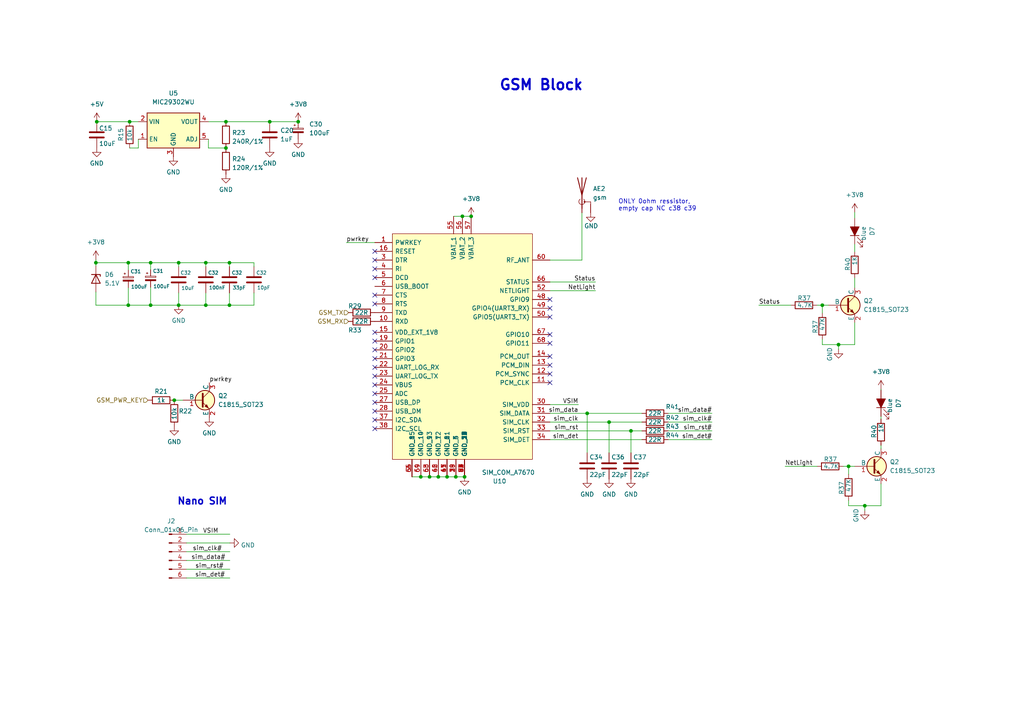
<source format=kicad_sch>
(kicad_sch (version 20230121) (generator eeschema)
  (paper "A4")
  (lib_symbols
    (symbol "Connector:Conn_01x06_Pin" (pin_names (offset 1.016) hide)
      (property "Reference" "J" (at 0 7.62 0))
      (property "Value" "Conn_01x06_Pin" (at 0 -10.16 0))
      (symbol "Conn_01x06_Pin_1_1"
        (polyline (pts (xy 1.27 -7.62) (xy 0.8636 -7.62)) (stroke (width 0.1524)))
        (polyline (pts (xy 1.27 -5.08) (xy 0.8636 -5.08)) (stroke (width 0.1524)))
        (polyline (pts (xy 1.27 -2.54) (xy 0.8636 -2.54)) (stroke (width 0.1524)))
        (polyline (pts (xy 1.27 0) (xy 0.8636 0)) (stroke (width 0.1524)))
        (polyline (pts (xy 1.27 2.54) (xy 0.8636 2.54)) (stroke (width 0.1524)))
        (polyline (pts (xy 1.27 5.08) (xy 0.8636 5.08)) (stroke (width 0.1524)))
        (rectangle (start 0.8636 -7.493) (end 0 -7.747) (stroke (width 0.1524)) (fill (type outline)))
        (rectangle (start 0.8636 -4.953) (end 0 -5.207) (stroke (width 0.1524)) (fill (type outline)))
        (rectangle (start 0.8636 -2.413) (end 0 -2.667) (stroke (width 0.1524)) (fill (type outline)))
        (rectangle (start 0.8636 0.127) (end 0 -0.127) (stroke (width 0.1524)) (fill (type outline)))
        (rectangle (start 0.8636 2.667) (end 0 2.413) (stroke (width 0.1524)) (fill (type outline)))
        (rectangle (start 0.8636 5.207) (end 0 4.953) (stroke (width 0.1524)) (fill (type outline)))
        (pin passive line (at 5.08 5.08 180) (length 3.81) (name "Pin_1") (number "1"))
        (pin passive line (at 5.08 2.54 180) (length 3.81) (name "Pin_2") (number "2"))
        (pin passive line (at 5.08 0 180) (length 3.81) (name "Pin_3") (number "3"))
        (pin passive line (at 5.08 -2.54 180) (length 3.81) (name "Pin_4") (number "4"))
        (pin passive line (at 5.08 -5.08 180) (length 3.81) (name "Pin_5") (number "5"))
        (pin passive line (at 5.08 -7.62 180) (length 3.81) (name "Pin_6") (number "6"))
      )
    )
    (symbol "Diode:BZM55Cxx" (pin_numbers hide) (pin_names hide)
      (property "Reference" "D" (at 0 2.54 0))
      (property "Value" "BZM55Cxx" (at 0 -2.54 0))
      (symbol "BZM55Cxx_0_1"
        (polyline (pts (xy 1.27 0) (xy -1.27 0)))
        (polyline (pts (xy -1.27 -1.27) (xy -1.27 1.27) (xy -0.762 1.27)) (stroke (width 0.254)))
        (polyline (pts (xy 1.27 -1.27) (xy 1.27 1.27) (xy -1.27 0) (xy 1.27 -1.27)) (stroke (width 0.254)))
      )
      (symbol "BZM55Cxx_1_1"
        (pin passive line (at -3.81 0 0) (length 2.54) (name "K") (number "1"))
        (pin passive line (at 3.81 0 180) (length 2.54) (name "A") (number "2"))
      )
    )
    (symbol "Regulator_Linear:MIC29302WU"
      (property "Reference" "U" (at -6.35 6.35 0))
      (property "Value" "MIC29302WU" (at 2.54 6.35 0))
      (symbol "MIC29302WU_1_1"
        (rectangle (start -7.62 5.08) (end 7.62 -5.08) (stroke (width 0.254)) (fill (type background)))
        (pin input line (at -10.16 -2.54 0) (length 2.54) (name "EN") (number "1"))
        (pin power_in line (at -10.16 2.54 0) (length 2.54) (name "VIN") (number "2"))
        (pin power_in line (at 0 -7.62 90) (length 2.54) (name "GND") (number "3"))
        (pin power_out line (at 10.16 2.54 180) (length 2.54) (name "VOUT") (number "4"))
        (pin input line (at 10.16 -2.54 180) (length 2.54) (name "ADJ") (number "5"))
      )
    )
    (symbol "linktech:C0805" (pin_numbers hide) (pin_names (offset 0.254))
      (property "Reference" "C" (at 0.635 2.54 0))
      (property "Value" "C0805" (at 0.635 -2.54 0))
      (symbol "C0805_0_1"
        (polyline (pts (xy -2.032 -0.762) (xy 2.032 -0.762)) (stroke (width 0.508)))
        (polyline (pts (xy -2.032 0.762) (xy 2.032 0.762)) (stroke (width 0.508)))
      )
      (symbol "C0805_1_1"
        (pin passive line (at 0 3.81 270) (length 2.794) (name "~") (number "1"))
        (pin passive line (at 0 -3.81 90) (length 2.794) (name "~") (number "2"))
      )
    )
    (symbol "ph_lib:Antenna_Shield" (pin_numbers hide) (pin_names (offset 1.016) hide)
      (property "Reference" "AE" (at -1.905 4.445 0))
      (property "Value" "Antenna_Shield" (at -1.905 2.54 0))
      (symbol "Antenna_Shield_0_1"
        (arc (start -0.508 -1.143) (mid -0.8485 -2.1032) (end 0 -2.667))
        (arc (start 0 -2.667) (mid 0.8047 -2.0885) (end 0.508 -1.143))
        (polyline (pts (xy 0 -2.54) (xy 0 0)))
        (polyline (pts (xy 0 5.08) (xy 0 -3.81)) (stroke (width 0.254)))
        (polyline (pts (xy 0.762 -1.905) (xy 2.54 -1.905)))
        (polyline (pts (xy 2.54 -2.54) (xy 2.54 -1.905)))
        (polyline (pts (xy 1.27 5.08) (xy 0 0) (xy -1.27 5.08)) (stroke (width 0.254)))
        (circle (center 0.762 -1.905) (radius 0.1778) (fill (type outline)))
      )
      (symbol "Antenna_Shield_1_1"
        (pin input line (at 0 -5.08 90) (length 2.54) (name "A") (number "1"))
        (pin input line (at 2.54 -5.08 90) (length 2.54) (name "Shield") (number "2"))
        (pin input line (at 2.54 -5.08 90) (length 2.54) (name "Shield") (number "3"))
      )
    )
    (symbol "ph_lib:C0805" (pin_numbers hide) (pin_names (offset 0.254))
      (property "Reference" "C" (at 0.635 2.54 0))
      (property "Value" "C0805" (at 0.635 -2.54 0))
      (symbol "C0805_0_1"
        (polyline (pts (xy -2.032 -0.762) (xy 2.032 -0.762)) (stroke (width 0.508)))
        (polyline (pts (xy -2.032 0.762) (xy 2.032 0.762)) (stroke (width 0.508)))
      )
      (symbol "C0805_1_1"
        (pin passive line (at 0 3.81 270) (length 2.794) (name "~") (number "1"))
        (pin passive line (at 0 -3.81 90) (length 2.794) (name "~") (number "2"))
      )
    )
    (symbol "ph_lib:C1210" (pin_numbers hide) (pin_names (offset 1.016))
      (property "Reference" "C" (at 1.27 2.54 0))
      (property "Value" "C1210" (at 0 0 0))
      (symbol "C1210_1_1"
        (polyline (pts (xy -2.032 -7.112) (xy 2.032 -7.112)) (stroke (width 0.508)))
        (polyline (pts (xy -2.032 -5.588) (xy 2.032 -5.588)) (stroke (width 0.508)))
        (pin passive line (at 0 -2.54 270) (length 2.794) (name "~") (number "1"))
        (pin passive line (at 0 -10.16 90) (length 2.794) (name "~") (number "2"))
      )
    )
    (symbol "ph_lib:C1815_SOT23" (pin_names (offset 0))
      (property "Reference" "Q" (at 5.08 1.905 0))
      (property "Value" "C1815_SOT23" (at 5.08 0 0))
      (symbol "C1815_SOT23_0_1"
        (polyline (pts (xy 0 0) (xy 0.635 0)))
        (polyline (pts (xy 0.635 0.635) (xy 2.54 2.54)))
        (polyline (pts (xy 0.635 -0.635) (xy 2.54 -2.54) (xy 2.54 -2.54)))
        (polyline (pts (xy 0.635 1.905) (xy 0.635 -1.905) (xy 0.635 -1.905)) (stroke (width 0.508)))
        (polyline (pts (xy 1.27 -1.778) (xy 1.778 -1.27) (xy 2.286 -2.286) (xy 1.27 -1.778) (xy 1.27 -1.778)) (fill (type outline)))
        (circle (center 1.27 0) (radius 2.8194) (stroke (width 0.254)) (fill (type background)))
      )
      (symbol "C1815_SOT23_1_1"
        (pin input line (at -5.08 0 0) (length 5.08) (name "B") (number "1"))
        (pin passive line (at 2.54 -5.08 90) (length 2.54) (name "E") (number "2"))
        (pin passive line (at 2.54 5.08 270) (length 2.54) (name "C") (number "3"))
      )
    )
    (symbol "ph_lib:CP_Tatanlum_1206" (pin_numbers hide) (pin_names (offset 1.016) hide)
      (property "Reference" "C" (at 0 6.35 0))
      (property "Value" "CP_Tatanlum_1206" (at -1.27 5.08 0))
      (symbol "CP_Tatanlum_1206_1_1"
        (rectangle (start -1.524 -0.3048) (end 1.524 -0.6858) (fill (type outline)))
        (rectangle (start -1.524 0.6858) (end 1.524 0.3048))
        (polyline (pts (xy -1.27 1.524) (xy -0.762 1.524)))
        (polyline (pts (xy -1.016 1.27) (xy -1.016 1.778)))
        (pin passive line (at 0 2.54 270) (length 1.8542) (name "~") (number "1"))
        (pin passive line (at 0 -2.54 90) (length 1.8542) (name "~") (number "2"))
      )
    )
    (symbol "ph_lib:LED0805" (pin_numbers hide) (pin_names (offset 1.016) hide)
      (property "Reference" "D" (at 0 2.54 0))
      (property "Value" "LED0805" (at 0 -2.54 0))
      (symbol "LED0805_0_1"
        (polyline (pts (xy -1.27 -1.27) (xy -1.27 1.27)) (stroke (width 0.2032)))
        (polyline (pts (xy -1.27 0) (xy 1.27 0)))
        (polyline (pts (xy 1.27 -1.27) (xy 1.27 1.27) (xy -1.27 0) (xy 1.27 -1.27)) (stroke (width 0.2032)) (fill (type outline)))
        (polyline (pts (xy -3.048 -0.762) (xy -4.572 -2.286) (xy -3.81 -2.286) (xy -4.572 -2.286) (xy -4.572 -1.524)))
        (polyline (pts (xy -1.778 -0.762) (xy -3.302 -2.286) (xy -2.54 -2.286) (xy -3.302 -2.286) (xy -3.302 -1.524)))
      )
      (symbol "LED0805_1_1"
        (pin passive line (at 3.81 0 180) (length 2.54) (name "A") (number "1"))
        (pin passive line (at -3.81 0 0) (length 2.54) (name "K") (number "2"))
      )
    )
    (symbol "ph_lib:R0805" (pin_numbers hide) (pin_names (offset 0))
      (property "Reference" "R" (at 2.032 0 90))
      (property "Value" "R0805" (at 0 0 90))
      (symbol "R0805_0_1"
        (rectangle (start -1.016 -2.54) (end 1.016 2.54) (stroke (width 0.254)))
      )
      (symbol "R0805_1_1"
        (pin passive line (at 0 3.81 270) (length 1.27) (name "~") (number "1"))
        (pin passive line (at 0 -3.81 90) (length 1.27) (name "~") (number "2"))
      )
    )
    (symbol "power:+3V8" (power) (pin_names (offset 0))
      (property "Value" "+3V8" (at 0 3.556 0))
      (symbol "+3V8_0_1"
        (polyline (pts (xy -0.762 1.27) (xy 0 2.54)))
        (polyline (pts (xy 0 0) (xy 0 2.54)))
        (polyline (pts (xy 0 2.54) (xy 0.762 1.27)))
      )
      (symbol "+3V8_1_1"
        (pin power_in line (at 0 0 90) (length 0) hide (name "+3V8") (number "1"))
      )
    )
    (symbol "power:+5V" (power) (pin_names (offset 0))
      (property "Value" "+5V" (at 0 3.556 0))
      (symbol "+5V_0_1"
        (polyline (pts (xy -0.762 1.27) (xy 0 2.54)))
        (polyline (pts (xy 0 0) (xy 0 2.54)))
        (polyline (pts (xy 0 2.54) (xy 0.762 1.27)))
      )
      (symbol "+5V_1_1"
        (pin power_in line (at 0 0 90) (length 0) hide (name "+5V") (number "1"))
      )
    )
    (symbol "power:GND" (power) (pin_names (offset 0))
      (property "Value" "GND" (at 0 -3.81 0))
      (symbol "GND_0_1"
        (polyline (pts (xy 0 0) (xy 0 -1.27) (xy 1.27 -1.27) (xy 0 -2.54) (xy -1.27 -1.27) (xy 0 -1.27)))
      )
      (symbol "GND_1_1"
        (pin power_in line (at 0 0 270) (length 0) hide (name "GND") (number "1"))
      )
    )
    (symbol "sim7670:SIM_COM_A7670" (pin_names (offset 0.762))
      (property "Reference" "U10" (at 10.795 -10.795 0))
      (property "Value" "SIM_COM_A7670" (at 13.335 -8.255 0))
      (symbol "SIM_COM_A7670_0_0"
        (pin passive line (at -25.4 58.42 0) (length 5.08) (name "PWRKEY") (number "1"))
        (pin passive line (at -25.4 35.56 0) (length 5.08) (name "RXD") (number "10"))
        (pin passive line (at 25.4 17.78 180) (length 5.08) (name "PCM_CLK") (number "11"))
        (pin passive line (at 25.4 20.32 180) (length 5.08) (name "PCM_SYNC") (number "12"))
        (pin passive line (at 25.4 22.86 180) (length 5.08) (name "PCM_DIN") (number "13"))
        (pin passive line (at 25.4 25.4 180) (length 5.08) (name "PCM_OUT") (number "14"))
        (pin passive line (at -25.4 32.385 0) (length 5.08) (name "VDD_EXT_1V8") (number "15"))
        (pin passive line (at -25.4 55.88 0) (length 5.08) (name "RESET") (number "16"))
        (pin passive line (at -4.445 -9.525 90) (length 5.08) (name "GND_2") (number "17"))
        (pin passive line (at -1.905 -9.525 90) (length 5.08) (name "GND_3") (number "18"))
        (pin passive line (at -25.4 29.845 0) (length 5.08) (name "GPIO1") (number "19"))
        (pin passive line (at -14.605 -9.525 90) (length 5.08) (name "GND_1") (number "2"))
        (pin passive line (at -25.4 27.305 0) (length 5.08) (name "GPIO2") (number "20"))
        (pin passive line (at -25.4 24.765 0) (length 5.08) (name "GPIO3") (number "21"))
        (pin passive line (at -25.4 22.225 0) (length 5.08) (name "UART_LOG_RX") (number "22"))
        (pin passive line (at -25.4 19.685 0) (length 5.08) (name "UART_LOG_TX") (number "23"))
        (pin passive line (at -25.4 17.145 0) (length 5.08) (name "VBUS") (number "24"))
        (pin passive line (at -25.4 14.605 0) (length 5.08) (name "ADC") (number "25"))
        (pin no_connect line (at 15.24 -9.525 90) (length 5.08) hide (name "NC_1") (number "26"))
        (pin passive line (at -25.4 12.065 0) (length 5.08) (name "USB_DP") (number "27"))
        (pin passive line (at -25.4 9.525 0) (length 5.08) (name "USB_DM") (number "28"))
        (pin passive line (at -1.905 -9.525 90) (length 5.08) (name "GND_4") (number "29"))
        (pin passive line (at -25.4 53.34 0) (length 5.08) (name "DTR") (number "3"))
        (pin passive line (at 25.4 11.43 180) (length 5.08) (name "SIM_VDD") (number "30"))
        (pin passive line (at 25.4 8.89 180) (length 5.08) (name "SIM_DATA") (number "31"))
        (pin passive line (at 25.4 6.35 180) (length 5.08) (name "SIM_CLK") (number "32"))
        (pin passive line (at 25.4 3.81 180) (length 5.08) (name "SIM_RST") (number "33"))
        (pin passive line (at 25.4 1.27 180) (length 5.08) (name "SIM_DET") (number "34"))
        (pin no_connect line (at 7.62 -9.525 90) (length 5.08) hide (name "NC_2") (number "35"))
        (pin no_connect line (at 10.16 -9.525 90) (length 5.08) hide (name "NC_3") (number "36"))
        (pin passive line (at -25.4 6.985 0) (length 5.08) (name "I2C_SDA") (number "37"))
        (pin passive line (at -25.4 4.445 0) (length 5.08) (name "I2C_SCL") (number "38"))
        (pin passive line (at -1.905 -9.525 90) (length 5.08) (name "GND_5") (number "39"))
        (pin passive line (at -25.4 50.8 0) (length 5.08) (name "RI") (number "4"))
        (pin no_connect line (at 12.7 -9.525 90) (length 5.08) hide (name "NC_4") (number "40"))
        (pin no_connect line (at 15.24 -9.525 90) (length 5.08) hide (name "NC_5") (number "41"))
        (pin no_connect line (at 15.24 -9.525 90) (length 5.08) hide (name "NC_6") (number "42"))
        (pin no_connect line (at 15.24 -9.525 90) (length 5.08) hide (name "NC_7") (number "43"))
        (pin no_connect line (at 15.24 -9.525 90) (length 5.08) hide (name "NC_8") (number "44"))
        (pin passive line (at -4.445 -9.525 90) (length 5.08) (name "GND_6") (number "45"))
        (pin passive line (at -6.985 -9.525 90) (length 5.08) (name "GND_7") (number "46"))
        (pin no_connect line (at 12.7 -9.525 90) (length 5.08) hide (name "NC_9") (number "47"))
        (pin passive line (at 25.4 41.91 180) (length 5.08) (name "GPIO9") (number "48"))
        (pin passive line (at 25.4 39.37 180) (length 5.08) (name "GPIO4(UART3_RX)") (number "49"))
        (pin passive line (at -25.4 48.26 0) (length 5.08) (name "DCD") (number "5"))
        (pin passive line (at 25.4 36.83 180) (length 5.08) (name "GPIO5(UART3_TX)") (number "50"))
        (pin no_connect line (at 7.62 -9.525 90) (length 5.08) hide (name "NC_10") (number "51"))
        (pin passive line (at 25.4 44.45 180) (length 5.08) (name "NETLIGHT") (number "52"))
        (pin no_connect line (at 10.16 -9.525 90) (length 5.08) hide (name "NC_11") (number "53"))
        (pin passive line (at -14.605 -9.525 90) (length 5.08) (name "GND_8") (number "54"))
        (pin passive line (at -2.54 66.04 270) (length 5.08) (name "VBAT_1") (number "55"))
        (pin passive line (at 0 66.04 270) (length 5.08) (name "VBAT_2") (number "56"))
        (pin passive line (at 2.54 66.04 270) (length 5.08) (name "VBAT_3") (number "57"))
        (pin passive line (at -9.525 -9.525 90) (length 5.08) (name "GND_9") (number "58"))
        (pin passive line (at -12.065 -9.525 90) (length 5.08) (name "GND_10") (number "59"))
        (pin passive line (at -25.4 45.72 0) (length 5.08) (name "USB_BOOT") (number "6"))
        (pin passive line (at 25.4 53.34 180) (length 5.08) (name "RF_ANT") (number "60"))
        (pin passive line (at -4.445 -9.525 90) (length 5.08) (name "GND_11") (number "61"))
        (pin passive line (at -6.985 -9.525 90) (length 5.08) (name "GND_12") (number "62"))
        (pin passive line (at -9.525 -9.525 90) (length 5.08) (name "GND_13") (number "63"))
        (pin passive line (at -12.065 -9.525 90) (length 5.08) (name "GND_14") (number "64"))
        (pin passive line (at -14.605 -9.525 90) (length 5.08) (name "GND_15") (number "65"))
        (pin passive line (at 25.4 46.99 180) (length 5.08) (name "STATUS") (number "66"))
        (pin passive line (at 25.4 31.75 180) (length 5.08) (name "GPIO10") (number "67"))
        (pin passive line (at 25.4 29.21 180) (length 5.08) (name "GPIO11") (number "68"))
        (pin passive line (at 0.635 -9.525 90) (length 5.08) (name "GND_16") (number "69"))
        (pin passive line (at -25.4 43.18 0) (length 5.08) (name "CTS") (number "7"))
        (pin passive line (at 0.635 -9.525 90) (length 5.08) (name "GND_17") (number "70"))
        (pin passive line (at 0.635 -9.525 90) (length 5.08) (name "GND_18") (number "71"))
        (pin passive line (at 0.635 -9.525 90) (length 5.08) (name "GND_19") (number "72"))
        (pin passive line (at 0.635 -9.525 90) (length 5.08) (name "GND_20") (number "73"))
        (pin passive line (at 0.635 -9.525 90) (length 5.08) (name "GND_21") (number "74"))
        (pin passive line (at 0.635 -9.525 90) (length 5.08) (name "GND_22") (number "75"))
        (pin passive line (at 0.635 -9.525 90) (length 5.08) (name "GND_23") (number "76"))
        (pin passive line (at 0.635 -9.525 90) (length 5.08) (name "GND_24") (number "77"))
        (pin passive line (at 0.635 -9.525 90) (length 5.08) (name "GND_25") (number "78"))
        (pin passive line (at 0.635 -9.525 90) (length 5.08) (name "GND_26") (number "79"))
        (pin passive line (at -25.4 40.64 0) (length 5.08) (name "RTS") (number "8"))
        (pin passive line (at 0.635 -9.525 90) (length 5.08) (name "GND_27") (number "80"))
        (pin passive line (at 0.635 -9.525 90) (length 5.08) (name "GND_28") (number "81"))
        (pin passive line (at 0.635 -9.525 90) (length 5.08) (name "GND_29") (number "82"))
        (pin passive line (at 0.635 -9.525 90) (length 5.08) (name "GND_30") (number "83"))
        (pin passive line (at 0.635 -9.525 90) (length 5.08) (name "GND_31") (number "84"))
        (pin passive line (at 0.635 -9.525 90) (length 5.08) (name "GND_32") (number "85"))
        (pin passive line (at 0.635 -9.525 90) (length 5.08) (name "GND_33") (number "86"))
        (pin passive line (at 0.635 -9.525 90) (length 5.08) (name "GND_34") (number "87"))
        (pin passive line (at 0.635 -9.525 90) (length 5.08) (name "GND_35") (number "88"))
        (pin passive line (at -25.4 38.1 0) (length 5.08) (name "TXD") (number "9"))
      )
      (symbol "SIM_COM_A7670_1_1"
        (polyline (pts (xy -20.32 60.96) (xy 20.32 60.96) (xy 20.32 -4.445) (xy -20.32 -4.445) (xy -20.32 60.96)) (stroke (width 0.1524)) (fill (type background)))
      )
    )
  )
  (junction (at 66.548 88.519))
  (junction (at 28.067 35.306))
  (junction (at 65.532 42.926))
  (junction (at 183.007 124.968))
  (junction (at 243.205 99.949))
  (junction (at 238.506 88.519))
  (junction (at 134.112 62.738))
  (junction (at 129.667 138.303))
  (junction (at 246.126 135.255))
  (junction (at 59.69 88.519))
  (junction (at 132.207 138.303))
  (junction (at 136.652 62.738))
  (junction (at 51.816 76.2))
  (junction (at 50.546 116.078))
  (junction (at 66.548 76.2))
  (junction (at 37.211 88.519))
  (junction (at 27.813 76.2))
  (junction (at 43.688 76.2))
  (junction (at 37.592 35.306))
  (junction (at 37.211 76.2))
  (junction (at 65.532 35.306))
  (junction (at 134.747 138.303))
  (junction (at 78.232 35.306))
  (junction (at 86.487 35.306))
  (junction (at 122.047 138.303))
  (junction (at 127.127 138.303))
  (junction (at 124.587 138.303))
  (junction (at 43.688 88.519))
  (junction (at 170.307 119.888))
  (junction (at 176.657 122.428))
  (junction (at 51.816 88.519))
  (junction (at 59.69 76.2))
  (junction (at 250.825 146.685))
  (no_connect (at 159.512 108.458))
  (no_connect (at 108.712 101.473))
  (no_connect (at 108.712 124.333))
  (no_connect (at 108.712 111.633))
  (no_connect (at 108.712 88.138))
  (no_connect (at 108.712 106.553))
  (no_connect (at 108.712 119.253))
  (no_connect (at 159.512 89.408))
  (no_connect (at 159.512 103.378))
  (no_connect (at 108.712 116.713))
  (no_connect (at 159.512 110.998))
  (no_connect (at 108.712 104.013))
  (no_connect (at 108.712 98.933))
  (no_connect (at 108.712 121.793))
  (no_connect (at 108.712 75.438))
  (no_connect (at 108.712 109.093))
  (no_connect (at 108.712 85.598))
  (no_connect (at 159.512 105.918))
  (no_connect (at 159.512 91.948))
  (no_connect (at 108.712 96.393))
  (no_connect (at 159.512 99.568))
  (no_connect (at 159.512 97.028))
  (no_connect (at 108.712 77.978))
  (no_connect (at 159.512 86.868))
  (no_connect (at 108.712 80.518))
  (no_connect (at 108.712 114.173))
  (no_connect (at 108.712 72.898))
  (wire (pts (xy 193.802 122.428) (xy 206.502 122.428)))
  (wire (pts (xy 127.127 138.303) (xy 129.667 138.303)))
  (wire (pts (xy 220.091 88.519) (xy 229.362 88.519)))
  (wire (pts (xy 73.66 84.963) (xy 73.66 88.519)))
  (wire (pts (xy 159.512 84.328) (xy 172.72 84.328)))
  (wire (pts (xy 73.66 77.343) (xy 73.66 76.2)))
  (wire (pts (xy 66.548 84.963) (xy 66.548 88.519)))
  (wire (pts (xy 250.825 146.685) (xy 255.524 146.685)))
  (wire (pts (xy 183.007 124.968) (xy 183.007 131.318)))
  (wire (pts (xy 243.205 99.949) (xy 243.205 101.346)))
  (wire (pts (xy 54.102 167.64) (xy 66.675 167.64)))
  (wire (pts (xy 159.512 124.968) (xy 183.007 124.968)))
  (wire (pts (xy 54.102 160.02) (xy 66.675 160.02)))
  (wire (pts (xy 255.524 129.159) (xy 255.524 130.175)))
  (wire (pts (xy 66.548 76.2) (xy 66.548 77.343)))
  (wire (pts (xy 50.546 116.078) (xy 53.086 116.078)))
  (wire (pts (xy 159.512 81.788) (xy 172.72 81.788)))
  (wire (pts (xy 255.524 112.903) (xy 255.524 113.157)))
  (wire (pts (xy 37.592 42.926) (xy 40.132 42.926)))
  (wire (pts (xy 28.067 35.306) (xy 37.592 35.306)))
  (wire (pts (xy 247.904 99.949) (xy 247.904 93.599)))
  (wire (pts (xy 246.126 145.161) (xy 246.126 146.685)))
  (wire (pts (xy 159.512 117.348) (xy 167.767 117.348)))
  (wire (pts (xy 159.512 127.508) (xy 186.182 127.508)))
  (wire (pts (xy 246.126 146.685) (xy 250.825 146.685)))
  (wire (pts (xy 238.506 98.425) (xy 238.506 99.949)))
  (wire (pts (xy 193.802 124.968) (xy 206.502 124.968)))
  (wire (pts (xy 159.512 75.438) (xy 168.783 75.438)))
  (wire (pts (xy 51.816 76.2) (xy 51.816 77.343)))
  (wire (pts (xy 119.507 138.303) (xy 122.047 138.303)))
  (wire (pts (xy 243.205 99.949) (xy 247.904 99.949)))
  (wire (pts (xy 246.126 135.255) (xy 247.904 135.255)))
  (wire (pts (xy 122.047 138.303) (xy 124.587 138.303)))
  (wire (pts (xy 66.548 76.2) (xy 73.66 76.2)))
  (wire (pts (xy 27.813 88.519) (xy 27.813 84.709)))
  (wire (pts (xy 193.802 119.888) (xy 206.502 119.888)))
  (wire (pts (xy 247.904 61.595) (xy 247.904 63.246)))
  (wire (pts (xy 51.816 76.2) (xy 59.69 76.2)))
  (wire (pts (xy 37.211 76.2) (xy 37.211 78.359)))
  (wire (pts (xy 60.452 40.386) (xy 60.452 42.926)))
  (wire (pts (xy 54.102 165.1) (xy 66.675 165.1)))
  (wire (pts (xy 255.524 120.777) (xy 255.524 121.539)))
  (wire (pts (xy 246.126 135.255) (xy 246.126 137.541)))
  (wire (pts (xy 59.69 88.519) (xy 51.816 88.519)))
  (wire (pts (xy 183.007 124.968) (xy 186.182 124.968)))
  (wire (pts (xy 66.548 88.519) (xy 59.69 88.519)))
  (wire (pts (xy 37.211 76.2) (xy 43.688 76.2)))
  (wire (pts (xy 60.452 35.306) (xy 65.532 35.306)))
  (wire (pts (xy 247.904 80.645) (xy 247.904 83.439)))
  (wire (pts (xy 159.512 122.428) (xy 176.657 122.428)))
  (wire (pts (xy 43.688 76.2) (xy 43.688 78.232)))
  (wire (pts (xy 43.688 88.519) (xy 37.211 88.519)))
  (wire (pts (xy 54.102 162.56) (xy 66.675 162.56)))
  (wire (pts (xy 176.657 122.428) (xy 176.657 131.318)))
  (wire (pts (xy 193.802 127.508) (xy 206.502 127.508)))
  (wire (pts (xy 51.816 84.963) (xy 51.816 88.519)))
  (wire (pts (xy 51.816 88.519) (xy 43.688 88.519)))
  (wire (pts (xy 59.69 84.963) (xy 59.69 88.519)))
  (wire (pts (xy 37.592 35.306) (xy 40.132 35.306)))
  (wire (pts (xy 59.69 76.2) (xy 59.69 77.343)))
  (wire (pts (xy 247.904 70.866) (xy 247.904 73.025)))
  (wire (pts (xy 132.207 138.303) (xy 134.747 138.303)))
  (wire (pts (xy 60.452 42.926) (xy 65.532 42.926)))
  (wire (pts (xy 27.813 76.2) (xy 37.211 76.2)))
  (wire (pts (xy 86.487 35.306) (xy 78.232 35.306)))
  (wire (pts (xy 250.825 146.685) (xy 250.825 148.082)))
  (wire (pts (xy 255.524 146.685) (xy 255.524 140.335)))
  (wire (pts (xy 238.506 88.519) (xy 238.506 90.805)))
  (wire (pts (xy 54.102 157.48) (xy 66.675 157.48)))
  (wire (pts (xy 236.982 88.519) (xy 238.506 88.519)))
  (wire (pts (xy 43.688 76.2) (xy 51.816 76.2)))
  (wire (pts (xy 134.112 62.738) (xy 136.652 62.738)))
  (wire (pts (xy 238.506 99.949) (xy 243.205 99.949)))
  (wire (pts (xy 37.211 88.519) (xy 27.813 88.519)))
  (wire (pts (xy 131.572 62.738) (xy 134.112 62.738)))
  (wire (pts (xy 40.132 42.926) (xy 40.132 40.386)))
  (wire (pts (xy 168.783 61.722) (xy 168.783 75.438)))
  (wire (pts (xy 227.711 135.255) (xy 236.982 135.255)))
  (wire (pts (xy 37.211 83.439) (xy 37.211 88.519)))
  (wire (pts (xy 244.602 135.255) (xy 246.126 135.255)))
  (wire (pts (xy 100.457 70.358) (xy 108.712 70.358)))
  (wire (pts (xy 129.667 138.303) (xy 132.207 138.303)))
  (wire (pts (xy 43.688 83.312) (xy 43.688 88.519)))
  (wire (pts (xy 78.232 35.306) (xy 65.532 35.306)))
  (wire (pts (xy 170.307 119.888) (xy 186.182 119.888)))
  (wire (pts (xy 73.66 88.519) (xy 66.548 88.519)))
  (wire (pts (xy 27.813 75.311) (xy 27.813 76.2)))
  (wire (pts (xy 27.813 76.2) (xy 27.813 77.089)))
  (wire (pts (xy 159.512 119.888) (xy 170.307 119.888)))
  (wire (pts (xy 170.307 119.888) (xy 170.307 131.318)))
  (wire (pts (xy 59.69 76.2) (xy 66.548 76.2)))
  (wire (pts (xy 124.587 138.303) (xy 127.127 138.303)))
  (wire (pts (xy 176.657 122.428) (xy 186.182 122.428)))
  (wire (pts (xy 54.102 154.94) (xy 66.675 154.94)))
  (wire (pts (xy 238.506 88.519) (xy 240.284 88.519)))
  (text "GSM Block" (at 144.653 26.543 0) (effects (font (size 3 3) (thickness 0.6) bold) (justify left bottom)))
  (text "ONLY 0ohm ressistor,\nempty cap NC c38 c39" (at 179.324 61.341 0) (effects (font (size 1.27 1.27)) (justify left bottom)))
  (text "Nano SIM" (at 51.308 146.685 0) (effects (font (size 2 2) (thickness 0.4) bold) (justify left bottom)))
  (label "sim_data#" (at 65.405 162.56 180))
  (label "sim_rst" (at 167.767 124.968 180))
  (label "sim_data#" (at 206.502 119.888 180))
  (label "sim_rst#" (at 64.897 165.1 180))
  (label "sim_det#" (at 65.278 167.64 180))
  (label "VSIM" (at 167.767 117.348 180))
  (label "sim_clk#" (at 64.389 160.02 180))
  (label "sim_det#" (at 206.502 127.508 180))
  (label "NetLight" (at 172.72 84.328 180))
  (label "VSIM" (at 63.373 154.94 180))
  (label "NetLight" (at 227.711 135.255 0))
  (label "sim_data" (at 167.767 119.888 180))
  (label "Status" (at 172.72 81.788 180))
  (label "sim_det" (at 167.767 127.508 180))
  (label "pwrkey" (at 100.457 70.358 0))
  (label "Status" (at 220.091 88.519 0))
  (label "sim_clk#" (at 206.502 122.428 180))
  (label "sim_clk" (at 167.767 122.428 180))
  (label "sim_rst#" (at 206.502 124.968 180))
  (label "pwrkey" (at 60.706 110.998 0))
  (hierarchical_label "GSM_TX" (shape input) (at 101.092 90.678 180))
  (hierarchical_label "GSM_RX" (shape input) (at 101.092 93.218 180))
  (hierarchical_label "GSM_PWR_KEY" (shape input) (at 42.926 116.078 180))
  (symbol (lib_id "ph_lib:C1815_SOT23") (at 252.984 135.255 0) (unit 1)
    (property "Reference" "Q2" (at 258.064 133.9849 0) (effects (justify left)))
    (property "Value" "C1815_SOT23" (at 258.064 136.5249 0) (effects (justify left)))
    (property "Footprint" "Package_TO_SOT_SMD:SOT-23" (effects hide))
    (property "Desc" "50V Vce, 0.15A Ic, Low Noise Audio NPN Transistor, TO-92" (effects hide))
    (property "Link" "https://thegioiic.com/products/2sc1815-hf" (effects hide))
    (instances (project "ph_portable_refrigerator_v2_hw" (path "" (reference "Q2") (unit 1)) (path "" (reference "Q12") (unit 1))))
  )
  (symbol (lib_id "power:+3V8") (at 136.652 62.738 0) (unit 1)
    (property "Reference" "#PWR069" (effects hide))
    (property "Value" "+3V8" (at 136.652 57.658 0))
    (instances (project "ph_portable_refrigerator_v2_hw" (path "" (reference "#PWR069") (unit 1)) (path "" (reference "#PWR074") (unit 1))))
  )
  (symbol (lib_id "ph_lib:CP_Tatanlum_1206") (at 43.688 80.772 0) (unit 1)
    (property "Reference" "C31" (at 44.323 78.613 0) (effects (font (size 1 1)) (justify left)))
    (property "Value" "100uF" (at 44.45 83.058 0) (effects (font (size 1 1)) (justify left)))
    (property "Footprint" "Capacitor_Tantalum_SMD:CP_EIA-6032-15_Kemet-U" (effects hide))
    (property "Desc" "SMD Tantalum Capacitor" (effects hide))
    (property "Link" "http://www.tme.vn/Products.aspx?cateId=258" (effects hide))
    (instances (project "ph_portable_refrigerator_v2_hw" (path "" (reference "C31") (unit 1)) (path "" (reference "C20") (unit 1))))
  )
  (symbol (lib_id "ph_lib:C0805") (at 183.007 135.128 0) (unit 1)
    (property "Reference" "C37" (at 183.642 132.588 0) (effects (justify left)))
    (property "Value" "22pF" (at 183.642 137.668 0) (effects (justify left)))
    (property "Footprint" "Resistor_SMD:R_0805_2012Metric" (effects hide))
    (property "Desc" "Capacitor SMD Ceramic 0805" (effects hide))
    (property "Link" "http://www.dientuachau.com/ceramic-0805" (effects hide))
    (instances (project "ph_portable_refrigerator_v2_hw" (path "" (reference "C37") (unit 1)) (path "" (reference "C34") (unit 1))))
  )
  (symbol (lib_id "Diode:BZM55Cxx") (at 27.813 80.899 270) (unit 1)
    (property "Reference" "D6" (at 30.353 79.6289 90) (effects (justify left)))
    (property "Value" "5.1V" (at 30.353 82.1689 90) (effects (justify left)))
    (property "Footprint" "Diode_SMD:D_SOD-123" (effects hide))
    (property "Datasheet" "http://www.vishay.com/docs/85597/bzm55.pdf" (effects hide))
    (instances (project "ph_portable_refrigerator_v2_hw" (path "" (reference "D6") (unit 1)) (path "" (reference "D4") (unit 1))))
  )
  (symbol (lib_id "ph_lib:C0805") (at 59.69 81.153 0) (unit 1)
    (property "Reference" "C32" (at 60.325 79.121 0) (effects (font (size 1 1)) (justify left)))
    (property "Value" "100nF" (at 60.579 83.439 0) (effects (font (size 1 1)) (justify left)))
    (property "Footprint" "Capacitor_SMD:C_0805_2012Metric" (effects hide))
    (property "Desc" "Capacitor SMD Ceramic 0805" (effects hide))
    (property "Link" "http://www.dientuachau.com/ceramic-0805" (effects hide))
    (instances (project "ph_portable_refrigerator_v2_hw" (path "" (reference "C32") (unit 1)) (path "" (reference "C45") (unit 1))))
  )
  (symbol (lib_id "ph_lib:C0805") (at 51.816 81.153 0) (unit 1)
    (property "Reference" "C32" (at 52.324 79.121 0) (effects (font (size 1 1)) (justify left)))
    (property "Value" "10uF" (at 52.578 83.566 0) (effects (font (size 1 1)) (justify left)))
    (property "Footprint" "Capacitor_SMD:C_0805_2012Metric" (effects hide))
    (property "Desc" "Capacitor SMD Ceramic 0805" (effects hide))
    (property "Link" "http://www.dientuachau.com/ceramic-0805" (effects hide))
    (instances (project "ph_portable_refrigerator_v2_hw" (path "" (reference "C32") (unit 1)) (path "" (reference "C29") (unit 1))))
  )
  (symbol (lib_id "linktech:C0805") (at 78.232 39.116 0) (unit 1)
    (property "Reference" "C20" (at 81.28 37.8459 0) (effects (justify left)))
    (property "Value" "1uF" (at 81.28 40.3859 0) (effects (justify left)))
    (property "Footprint" "Resistor_SMD:R_0805_2012Metric" (effects hide))
    (property "Desc" "Capacitor SMD Ceramic 0805" (effects hide))
    (property "Link" "http://www.dientuachau.com/ceramic-0805" (effects hide))
    (instances (project "ph_portable_refrigerator_v2_hw" (path "" (reference "C20") (unit 1)) (path "" (reference "C30") (unit 1))))
  )
  (symbol (lib_id "ph_lib:R0805") (at 37.592 39.116 0) (unit 1)
    (property "Reference" "R15" (at 35.052 41.021 90) (effects (justify left)))
    (property "Value" "10k" (at 37.592 41.021 90) (effects (justify left)))
    (property "Footprint" "Resistor_SMD:R_0805_2012Metric" (effects hide))
    (property "Desc" "Resistor SMD 0805" (effects hide))
    (property "Link" "http://www.dientuachau.com/res-1-0805" (effects hide))
    (instances (project "ph_portable_refrigerator_v2_hw" (path "" (reference "R15") (unit 1)) (path "" (reference "R22") (unit 1))))
  )
  (symbol (lib_id "power:GND") (at 170.307 138.938 0) (unit 1)
    (property "Reference" "#PWR074" (effects hide))
    (property "Value" "GND" (at 170.307 143.383 0))
    (instances (project "ph_portable_refrigerator_v2_hw" (path "" (reference "#PWR074") (unit 1)) (path "" (reference "#PWR075") (unit 1))))
  )
  (symbol (lib_id "Regulator_Linear:MIC29302WU") (at 50.292 37.846 0) (unit 1)
    (property "Reference" "U5" (at 50.292 27.051 0))
    (property "Value" "MIC29302WU" (at 50.292 29.591 0))
    (property "Footprint" "Package_TO_SOT_SMD:TO-263-5_TabPin3" (effects hide))
    (property "Datasheet" "http://ww1.microchip.com/downloads/en/devicedoc/20005685a.pdf" (effects hide))
  )
  (symbol (lib_id "power:GND") (at 50.292 45.466 0) (unit 1)
    (property "Reference" "#PWR041" (effects hide))
    (property "Value" "GND" (at 50.292 49.911 0))
    (instances (project "ph_portable_refrigerator_v2_hw" (path "" (reference "#PWR041") (unit 1)) (path "" (reference "#PWR055") (unit 1))))
  )
  (symbol (lib_id "ph_lib:R0805") (at 189.992 127.508 90) (unit 1)
    (property "Reference" "R44" (at 196.977 126.238 90) (effects (justify left)))
    (property "Value" "22R" (at 191.897 127.508 90) (effects (justify left)))
    (property "Footprint" "Resistor_SMD:R_0805_2012Metric" (effects hide))
    (property "Desc" "Resistor SMD 0805" (effects hide))
    (property "Link" "http://www.dientuachau.com/res-1-0805" (effects hide))
    (instances (project "ph_portable_refrigerator_v2_hw" (path "" (reference "R44") (unit 1)) (path "" (reference "R43") (unit 1))))
  )
  (symbol (lib_id "ph_lib:LED0805") (at 247.904 67.056 90) (unit 1)
    (property "Reference" "D7" (at 252.984 67.056 0))
    (property "Value" "blue" (at 250.444 67.691 0))
    (property "Footprint" "LED_SMD:LED_0805_2012Metric" (effects hide))
    (property "Desc" "LED0805" (effects hide))
    (property "Link" "https://thegioiic.com/product/led-dan-smd-2012-0805" (effects hide))
  )
  (symbol (lib_id "ph_lib:R0805") (at 246.126 141.351 180) (unit 1)
    (property "Reference" "R37" (at 244.094 139.573 90) (effects (justify left)))
    (property "Value" "47K" (at 246.126 138.811 90) (effects (justify left)))
    (property "Footprint" "Resistor_SMD:R_0805_2012Metric" (effects hide))
    (property "Desc" "Resistor SMD 0805" (effects hide))
    (property "Link" "http://www.dientuachau.com/res-1-0805" (effects hide))
    (instances (project "ph_portable_refrigerator_v2_hw" (path "" (reference "R37") (unit 1)) (path "" (reference "R65") (unit 1))))
  )
  (symbol (lib_id "ph_lib:R0805") (at 189.992 119.888 90) (unit 1)
    (property "Reference" "R41" (at 196.977 117.983 90) (effects (justify left)))
    (property "Value" "22R" (at 191.897 119.888 90) (effects (justify left)))
    (property "Footprint" "Resistor_SMD:R_0805_2012Metric" (effects hide))
    (property "Desc" "Resistor SMD 0805" (effects hide))
    (property "Link" "http://www.dientuachau.com/res-1-0805" (effects hide))
    (instances (project "ph_portable_refrigerator_v2_hw" (path "" (reference "R41") (unit 1)) (path "" (reference "R40") (unit 1))))
  )
  (symbol (lib_id "power:GND") (at 243.205 101.346 0) (unit 1)
    (property "Reference" "#PWR030" (effects hide))
    (property "Value" "GND" (at 240.665 100.711 90) (effects (justify right)))
    (instances (project "ph_portable_refrigerator_v2_hw" (path "" (reference "#PWR030") (unit 1)) (path "" (reference "#PWR099") (unit 1))))
  )
  (symbol (lib_id "power:+3V8") (at 27.813 75.311 0) (unit 1)
    (property "Reference" "#PWR063" (effects hide))
    (property "Value" "+3V8" (at 27.813 70.231 0))
    (instances (project "ph_portable_refrigerator_v2_hw" (path "" (reference "#PWR063") (unit 1)) (path "" (reference "#PWR0117") (unit 1))))
  )
  (symbol (lib_id "power:GND") (at 60.706 121.158 0) (unit 1)
    (property "Reference" "#PWR044" (effects hide))
    (property "Value" "GND" (at 60.706 125.603 0))
    (instances (project "ph_portable_refrigerator_v2_hw" (path "" (reference "#PWR044") (unit 1)) (path "" (reference "#PWR045") (unit 1))))
  )
  (symbol (lib_id "ph_lib:R0805") (at 65.532 46.736 0) (unit 1)
    (property "Reference" "R24" (at 67.31 46.101 0) (effects (justify left)))
    (property "Value" "120R/1%" (at 67.31 48.641 0) (effects (justify left)))
    (property "Footprint" "Resistor_SMD:R_0805_2012Metric" (effects hide))
    (property "Desc" "Resistor SMD 0805" (effects hide))
    (property "Link" "http://www.dientuachau.com/res-1-0805" (effects hide))
  )
  (symbol (lib_id "ph_lib:C0805") (at 170.307 135.128 0) (unit 1)
    (property "Reference" "C34" (at 170.942 132.588 0) (effects (justify left)))
    (property "Value" "22pF" (at 170.942 137.668 0) (effects (justify left)))
    (property "Footprint" "Resistor_SMD:R_0805_2012Metric" (effects hide))
    (property "Desc" "Capacitor SMD Ceramic 0805" (effects hide))
    (property "Link" "http://www.dientuachau.com/ceramic-0805" (effects hide))
    (instances (project "ph_portable_refrigerator_v2_hw" (path "" (reference "C34") (unit 1)) (path "" (reference "C32") (unit 1))))
  )
  (symbol (lib_id "ph_lib:C0805") (at 66.548 81.153 0) (unit 1)
    (property "Reference" "C32" (at 67.183 79.121 0) (effects (font (size 1 1)) (justify left)))
    (property "Value" "33pF" (at 67.437 83.439 0) (effects (font (size 1 1)) (justify left)))
    (property "Footprint" "Capacitor_SMD:C_0805_2012Metric" (effects hide))
    (property "Desc" "Capacitor SMD Ceramic 0805" (effects hide))
    (property "Link" "http://www.dientuachau.com/ceramic-0805" (effects hide))
    (instances (project "ph_portable_refrigerator_v2_hw" (path "" (reference "C32") (unit 1)) (path "" (reference "C46") (unit 1))))
  )
  (symbol (lib_id "ph_lib:R0805") (at 104.902 90.678 90) (unit 1)
    (property "Reference" "R29" (at 104.902 88.773 90) (effects (justify left)))
    (property "Value" "22R" (at 106.807 90.678 90) (effects (justify left)))
    (property "Footprint" "Resistor_SMD:R_0805_2012Metric" (effects hide))
    (property "Desc" "Resistor SMD 0805" (effects hide))
    (property "Link" "http://www.dientuachau.com/res-1-0805" (effects hide))
  )
  (symbol (lib_id "ph_lib:R0805") (at 65.532 39.116 0) (unit 1)
    (property "Reference" "R23" (at 67.31 38.481 0) (effects (justify left)))
    (property "Value" "240R/1%" (at 67.31 41.021 0) (effects (justify left)))
    (property "Footprint" "Resistor_SMD:R_0805_2012Metric" (effects hide))
    (property "Desc" "Resistor SMD 0805" (effects hide))
    (property "Link" "http://www.dientuachau.com/res-1-0805" (effects hide))
  )
  (symbol (lib_id "power:GND") (at 171.323 61.722 0) (unit 1)
    (property "Reference" "#PWR0104" (effects hide))
    (property "Value" "GND" (at 169.418 65.532 0) (effects (justify left)))
    (instances (project "ph_portable_refrigerator_v2_hw" (path "" (reference "#PWR0104") (unit 1)) (path "" (reference "#PWR076") (unit 1))))
  )
  (symbol (lib_id "Connector:Conn_01x06_Pin") (at 49.022 160.02 0) (unit 1)
    (property "Reference" "J2" (at 49.657 151.13 0))
    (property "Value" "Conn_01x06_Pin" (at 49.657 153.67 0))
    (property "Footprint" "Connector_PinHeader_1.27mm:PinHeader_1x06_P1.27mm_Horizontal" (effects hide))
    (instances (project "Module_NanoSIM" (path "" (reference "J2") (unit 1))) (project "ph_portable_refrigerator_v2_hw" (path "" (reference "J8") (unit 1)) (path "" (reference "J3") (unit 1))))
  )
  (symbol (lib_id "ph_lib:Antenna_Shield") (at 168.783 56.642 0) (unit 1)
    (property "Reference" "AE2" (at 171.958 54.7369 0) (effects (justify left)))
    (property "Value" "gsm" (at 171.958 57.2769 0) (effects (justify left)))
    (property "Footprint" "Lib_Hien:Antenna_RF" (effects hide))
  )
  (symbol (lib_id "power:+5V") (at 28.067 35.306 0) (unit 1)
    (property "Reference" "#PWR039" (effects hide))
    (property "Value" "+5V" (at 28.067 30.226 0))
  )
  (symbol (lib_id "ph_lib:R0805") (at 104.902 93.218 90) (unit 1)
    (property "Reference" "R33" (at 104.902 95.758 90) (effects (justify left)))
    (property "Value" "22R" (at 106.807 93.218 90) (effects (justify left)))
    (property "Footprint" "Resistor_SMD:R_0805_2012Metric" (effects hide))
    (property "Desc" "Resistor SMD 0805" (effects hide))
    (property "Link" "http://www.dientuachau.com/res-1-0805" (effects hide))
  )
  (symbol (lib_id "ph_lib:CP_Tatanlum_1206") (at 86.487 37.846 0) (unit 1)
    (property "Reference" "C30" (at 89.662 36.0298 0) (effects (justify left)))
    (property "Value" "100uF" (at 89.662 38.5698 0) (effects (justify left)))
    (property "Footprint" "Capacitor_Tantalum_SMD:CP_EIA-6032-15_Kemet-U" (effects hide))
    (property "Desc" "SMD Tantalum Capacitor" (effects hide))
    (property "Link" "http://www.tme.vn/Products.aspx?cateId=258" (effects hide))
    (instances (project "ph_portable_refrigerator_v2_hw" (path "" (reference "C30") (unit 1)) (path "" (reference "C31") (unit 1))))
  )
  (symbol (lib_id "ph_lib:R0805") (at 238.506 94.615 180) (unit 1)
    (property "Reference" "R37" (at 236.474 92.837 90) (effects (justify left)))
    (property "Value" "47K" (at 238.506 92.075 90) (effects (justify left)))
    (property "Footprint" "Resistor_SMD:R_0805_2012Metric" (effects hide))
    (property "Desc" "Resistor SMD 0805" (effects hide))
    (property "Link" "http://www.dientuachau.com/res-1-0805" (effects hide))
    (instances (project "ph_portable_refrigerator_v2_hw" (path "" (reference "R37") (unit 1)) (path "" (reference "R66") (unit 1))))
  )
  (symbol (lib_id "ph_lib:R0805") (at 247.904 76.835 180) (unit 1)
    (property "Reference" "R40" (at 245.872 74.676 90) (effects (justify left)))
    (property "Value" "1K" (at 247.904 74.295 90) (effects (justify left)))
    (property "Footprint" "Resistor_SMD:R_0805_2012Metric" (effects hide))
    (property "Desc" "Resistor SMD 0805" (effects hide))
    (property "Link" "http://www.dientuachau.com/res-1-0805" (effects hide))
    (instances (project "ph_portable_refrigerator_v2_hw" (path "" (reference "R40") (unit 1)) (path "" (reference "R67") (unit 1))))
  )
  (symbol (lib_id "sim7670:SIM_COM_A7670") (at 134.112 128.778 0) (unit 1)
    (property "Reference" "U10" (at 144.907 139.573 0))
    (property "Value" "SIM_COM_A7670" (at 147.447 137.033 0))
    (property "Footprint" "Lib_Hien:SimCom_A7670" (effects hide))
    (property "Datasheet" "http://nostris.ee/pdf/A7670%20Series%20Hardware%20Design_V1.00.pdf" (effects hide))
    (property "Description" "A7670 Series Hardware Design" (effects hide))
    (property "Height" "2.7" (effects hide))
    (property "Manufacturer_Name" "Sim Com" (effects hide))
    (property "Manufacturer_Part_Number" "SIM COM A7670" (effects hide))
    (instances (project "ph_portable_refrigerator_v2_hw" (path "" (reference "U10") (unit 1)) (path "" (reference "U8") (unit 1))))
  )
  (symbol (lib_id "ph_lib:R0805") (at 233.172 88.519 90) (unit 1)
    (property "Reference" "R37" (at 235.204 86.487 90) (effects (justify left)))
    (property "Value" "4.7K" (at 235.712 88.519 90) (effects (justify left)))
    (property "Footprint" "Resistor_SMD:R_0805_2012Metric" (effects hide))
    (property "Desc" "Resistor SMD 0805" (effects hide))
    (property "Link" "http://www.dientuachau.com/res-1-0805" (effects hide))
    (instances (project "ph_portable_refrigerator_v2_hw" (path "" (reference "R37") (unit 1)) (path "" (reference "R39") (unit 1))))
  )
  (symbol (lib_id "ph_lib:C0805") (at 176.657 135.128 0) (unit 1)
    (property "Reference" "C36" (at 177.292 132.588 0) (effects (justify left)))
    (property "Value" "22pF" (at 177.292 137.668 0) (effects (justify left)))
    (property "Footprint" "Resistor_SMD:R_0805_2012Metric" (effects hide))
    (property "Desc" "Capacitor SMD Ceramic 0805" (effects hide))
    (property "Link" "http://www.dientuachau.com/ceramic-0805" (effects hide))
    (instances (project "ph_portable_refrigerator_v2_hw" (path "" (reference "C36") (unit 1)) (path "" (reference "C33") (unit 1))))
  )
  (symbol (lib_id "ph_lib:C1815_SOT23") (at 245.364 88.519 0) (unit 1)
    (property "Reference" "Q2" (at 250.444 87.2489 0) (effects (justify left)))
    (property "Value" "C1815_SOT23" (at 250.444 89.7889 0) (effects (justify left)))
    (property "Footprint" "Package_TO_SOT_SMD:SOT-23" (effects hide))
    (property "Desc" "50V Vce, 0.15A Ic, Low Noise Audio NPN Transistor, TO-92" (effects hide))
    (property "Link" "https://thegioiic.com/products/2sc1815-hf" (effects hide))
    (instances (project "ph_portable_refrigerator_v2_hw" (path "" (reference "Q2") (unit 1)) (path "" (reference "Q13") (unit 1))))
  )
  (symbol (lib_id "power:+3V8") (at 86.487 35.306 0) (unit 1)
    (property "Reference" "#PWR056" (effects hide))
    (property "Value" "+3V8" (at 86.487 30.226 0))
    (instances (project "ph_portable_refrigerator_v2_hw" (path "" (reference "#PWR056") (unit 1)) (path "" (reference "#PWR067") (unit 1))))
  )
  (symbol (lib_id "ph_lib:R0805") (at 189.992 124.968 90) (unit 1)
    (property "Reference" "R43" (at 196.977 123.698 90) (effects (justify left)))
    (property "Value" "22R" (at 191.897 124.968 90) (effects (justify left)))
    (property "Footprint" "Resistor_SMD:R_0805_2012Metric" (effects hide))
    (property "Desc" "Resistor SMD 0805" (effects hide))
    (property "Link" "http://www.dientuachau.com/res-1-0805" (effects hide))
    (instances (project "ph_portable_refrigerator_v2_hw" (path "" (reference "R43") (unit 1)) (path "" (reference "R42") (unit 1))))
  )
  (symbol (lib_id "power:GND") (at 86.487 40.386 0) (unit 1)
    (property "Reference" "#PWR057" (effects hide))
    (property "Value" "GND" (at 86.487 44.831 0))
    (instances (project "ph_portable_refrigerator_v2_hw" (path "" (reference "#PWR057") (unit 1)) (path "" (reference "#PWR068") (unit 1))))
  )
  (symbol (lib_id "power:GND") (at 183.007 138.938 0) (unit 1)
    (property "Reference" "#PWR082" (effects hide))
    (property "Value" "GND" (at 183.007 143.383 0))
  )
  (symbol (lib_id "power:GND") (at 28.067 42.926 0) (unit 1)
    (property "Reference" "#PWR040" (effects hide))
    (property "Value" "GND" (at 28.067 47.371 0))
  )
  (symbol (lib_id "power:GND") (at 250.825 148.082 0) (unit 1)
    (property "Reference" "#PWR030" (effects hide))
    (property "Value" "GND" (at 248.285 147.447 90) (effects (justify right)))
    (instances (project "ph_portable_refrigerator_v2_hw" (path "" (reference "#PWR030") (unit 1)) (path "" (reference "#PWR079") (unit 1))))
  )
  (symbol (lib_id "ph_lib:C0805") (at 73.66 81.153 0) (unit 1)
    (property "Reference" "C32" (at 74.295 79.121 0) (effects (font (size 1 1)) (justify left)))
    (property "Value" "10pF" (at 74.549 83.439 0) (effects (font (size 1 1)) (justify left)))
    (property "Footprint" "Capacitor_SMD:C_0805_2012Metric" (effects hide))
    (property "Desc" "Capacitor SMD Ceramic 0805" (effects hide))
    (property "Link" "http://www.dientuachau.com/ceramic-0805" (effects hide))
    (instances (project "ph_portable_refrigerator_v2_hw" (path "" (reference "C32") (unit 1)) (path "" (reference "C48") (unit 1))))
  )
  (symbol (lib_id "power:GND") (at 65.532 50.546 0) (unit 1)
    (property "Reference" "#PWR045" (effects hide))
    (property "Value" "GND" (at 65.532 54.991 0))
    (instances (project "ph_portable_refrigerator_v2_hw" (path "" (reference "#PWR045") (unit 1)) (path "" (reference "#PWR056") (unit 1))))
  )
  (symbol (lib_id "power:GND") (at 66.675 157.48 90) (unit 1)
    (property "Reference" "#PWR08" (effects hide))
    (property "Value" "GND" (at 69.85 158.115 90) (effects (justify right)))
    (instances (project "ph_portable_refrigerator_v2_hw" (path "" (reference "#PWR08") (unit 1)) (path "" (reference "#PWR063") (unit 1))))
  )
  (symbol (lib_id "power:GND") (at 51.816 88.519 0) (unit 1)
    (property "Reference" "#PWR044" (effects hide))
    (property "Value" "GND" (at 51.816 92.964 0))
    (instances (project "ph_portable_refrigerator_v2_hw" (path "" (reference "#PWR044") (unit 1)) (path "" (reference "#PWR043") (unit 1))))
  )
  (symbol (lib_id "ph_lib:LED0805") (at 255.524 116.967 90) (unit 1)
    (property "Reference" "D7" (at 260.604 116.967 0))
    (property "Value" "blue" (at 258.064 117.602 0))
    (property "Footprint" "LED_SMD:LED_0805_2012Metric" (effects hide))
    (property "Desc" "LED0805" (effects hide))
    (property "Link" "https://thegioiic.com/product/led-dan-smd-2012-0805" (effects hide))
    (instances (project "ph_portable_refrigerator_v2_hw" (path "" (reference "D7") (unit 1)) (path "" (reference "D6") (unit 1))))
  )
  (symbol (lib_id "power:GND") (at 176.657 138.938 0) (unit 1)
    (property "Reference" "#PWR076" (effects hide))
    (property "Value" "GND" (at 176.657 143.383 0))
    (instances (project "ph_portable_refrigerator_v2_hw" (path "" (reference "#PWR076") (unit 1)) (path "" (reference "#PWR077") (unit 1))))
  )
  (symbol (lib_id "ph_lib:R0805") (at 240.792 135.255 90) (unit 1)
    (property "Reference" "R37" (at 242.824 133.223 90) (effects (justify left)))
    (property "Value" "4.7K" (at 243.332 135.255 90) (effects (justify left)))
    (property "Footprint" "Resistor_SMD:R_0805_2012Metric" (effects hide))
    (property "Desc" "Resistor SMD 0805" (effects hide))
    (property "Link" "http://www.dientuachau.com/res-1-0805" (effects hide))
    (instances (project "ph_portable_refrigerator_v2_hw" (path "" (reference "R37") (unit 1)) (path "" (reference "R64") (unit 1))))
  )
  (symbol (lib_id "ph_lib:R0805") (at 50.546 119.888 0) (unit 1)
    (property "Reference" "R22" (at 51.816 119.253 0) (effects (justify left)))
    (property "Value" "10k" (at 50.546 121.793 90) (effects (justify left)))
    (property "Footprint" "Resistor_SMD:R_0805_2012Metric" (effects hide))
    (property "Desc" "Resistor SMD 0805" (effects hide))
    (property "Link" "http://www.dientuachau.com/res-1-0805" (effects hide))
    (instances (project "ph_portable_refrigerator_v2_hw" (path "" (reference "R22") (unit 1)) (path "" (reference "R21") (unit 1))))
  )
  (symbol (lib_id "ph_lib:R0805") (at 46.736 116.078 90) (unit 1)
    (property "Reference" "R21" (at 46.736 113.538 90))
    (property "Value" "1k" (at 46.736 116.078 90))
    (property "Footprint" "Resistor_SMD:R_0805_2012Metric" (effects hide))
    (property "Desc" "Resistor SMD 0805" (effects hide))
    (property "Link" "http://www.dientuachau.com/res-1-0805" (effects hide))
    (instances (project "ph_portable_refrigerator_v2_hw" (path "" (reference "R21") (unit 1)) (path "" (reference "R15") (unit 1))))
  )
  (symbol (lib_id "ph_lib:C1815_SOT23") (at 58.166 116.078 0) (unit 1)
    (property "Reference" "Q2" (at 63.246 114.8079 0) (effects (justify left)))
    (property "Value" "C1815_SOT23" (at 63.246 117.3479 0) (effects (justify left)))
    (property "Footprint" "Package_TO_SOT_SMD:SOT-23" (effects hide))
    (property "Desc" "50V Vce, 0.15A Ic, Low Noise Audio NPN Transistor, TO-92" (effects hide))
    (property "Link" "https://thegioiic.com/products/2sc1815-hf" (effects hide))
  )
  (symbol (lib_id "ph_lib:CP_Tatanlum_1206") (at 37.211 80.899 0) (unit 1)
    (property "Reference" "C31" (at 37.846 78.74 0) (effects (font (size 1 1)) (justify left)))
    (property "Value" "100uF" (at 37.973 83.185 0) (effects (font (size 1 1)) (justify left)))
    (property "Footprint" "Capacitor_Tantalum_SMD:CP_EIA-6032-15_Kemet-U" (effects hide))
    (property "Desc" "SMD Tantalum Capacitor" (effects hide))
    (property "Link" "http://www.tme.vn/Products.aspx?cateId=258" (effects hide))
    (instances (project "ph_portable_refrigerator_v2_hw" (path "" (reference "C31") (unit 1)) (path "" (reference "C47") (unit 1))))
  )
  (symbol (lib_id "power:GND") (at 134.747 138.303 0) (unit 1)
    (property "Reference" "#PWR068" (effects hide))
    (property "Value" "GND" (at 134.747 142.748 0))
    (instances (project "ph_portable_refrigerator_v2_hw" (path "" (reference "#PWR068") (unit 1)) (path "" (reference "#PWR069") (unit 1))))
  )
  (symbol (lib_id "power:GND") (at 50.546 123.698 0) (unit 1)
    (property "Reference" "#PWR043" (effects hide))
    (property "Value" "GND" (at 50.546 128.143 0))
    (instances (project "ph_portable_refrigerator_v2_hw" (path "" (reference "#PWR043") (unit 1)) (path "" (reference "#PWR041") (unit 1))))
  )
  (symbol (lib_id "power:GND") (at 78.232 42.926 0) (unit 1)
    (property "Reference" "#PWR055" (effects hide))
    (property "Value" "GND" (at 78.232 47.371 0))
    (instances (project "ph_portable_refrigerator_v2_hw" (path "" (reference "#PWR055") (unit 1)) (path "" (reference "#PWR057") (unit 1))))
  )
  (symbol (lib_id "power:+3V8") (at 247.904 61.595 0) (unit 1)
    (property "Reference" "#PWR069" (effects hide))
    (property "Value" "+3V8" (at 247.904 56.515 0))
    (instances (project "ph_portable_refrigerator_v2_hw" (path "" (reference "#PWR069") (unit 1)) (path "" (reference "#PWR0118") (unit 1))))
  )
  (symbol (lib_id "ph_lib:R0805") (at 189.992 122.428 90) (unit 1)
    (property "Reference" "R42" (at 196.977 121.158 90) (effects (justify left)))
    (property "Value" "22R" (at 191.897 122.428 90) (effects (justify left)))
    (property "Footprint" "Resistor_SMD:R_0805_2012Metric" (effects hide))
    (property "Desc" "Resistor SMD 0805" (effects hide))
    (property "Link" "http://www.dientuachau.com/res-1-0805" (effects hide))
    (instances (project "ph_portable_refrigerator_v2_hw" (path "" (reference "R42") (unit 1)) (path "" (reference "R41") (unit 1))))
  )
  (symbol (lib_id "power:+3V8") (at 255.524 112.903 0) (unit 1)
    (property "Reference" "#PWR069" (effects hide))
    (property "Value" "+3V8" (at 255.524 107.823 0))
    (instances (project "ph_portable_refrigerator_v2_hw" (path "" (reference "#PWR069") (unit 1)) (path "" (reference "#PWR044") (unit 1))))
  )
  (symbol (lib_id "ph_lib:C1210") (at 28.067 32.766 0) (unit 1)
    (property "Reference" "C15" (at 28.702 37.211 0) (effects (justify left)))
    (property "Value" "10uF" (at 28.702 41.656 0) (effects (justify left)))
    (property "Footprint" "Resistor_SMD:R_0805_2012Metric" (effects hide))
    (property "Desc" "Capacitor SMD Ceramic 1210" (effects hide))
    (property "Link" "http://www.tme.vn/Products.aspx?cateId=256" (effects hide))
    (instances (project "ph_portable_refrigerator_v2_hw" (path "" (reference "C15") (unit 1)) (path "" (reference "C28") (unit 1))))
  )
  (symbol (lib_id "ph_lib:R0805") (at 255.524 125.349 180) (unit 1)
    (property "Reference" "R40" (at 253.492 123.19 90) (effects (justify left)))
    (property "Value" "1K" (at 255.524 122.809 90) (effects (justify left)))
    (property "Footprint" "Resistor_SMD:R_0805_2012Metric" (effects hide))
    (property "Desc" "Resistor SMD 0805" (effects hide))
    (property "Link" "http://www.dientuachau.com/res-1-0805" (effects hide))
    (instances (project "ph_portable_refrigerator_v2_hw" (path "" (reference "R40") (unit 1)) (path "" (reference "R37") (unit 1))))
  )
)
</source>
